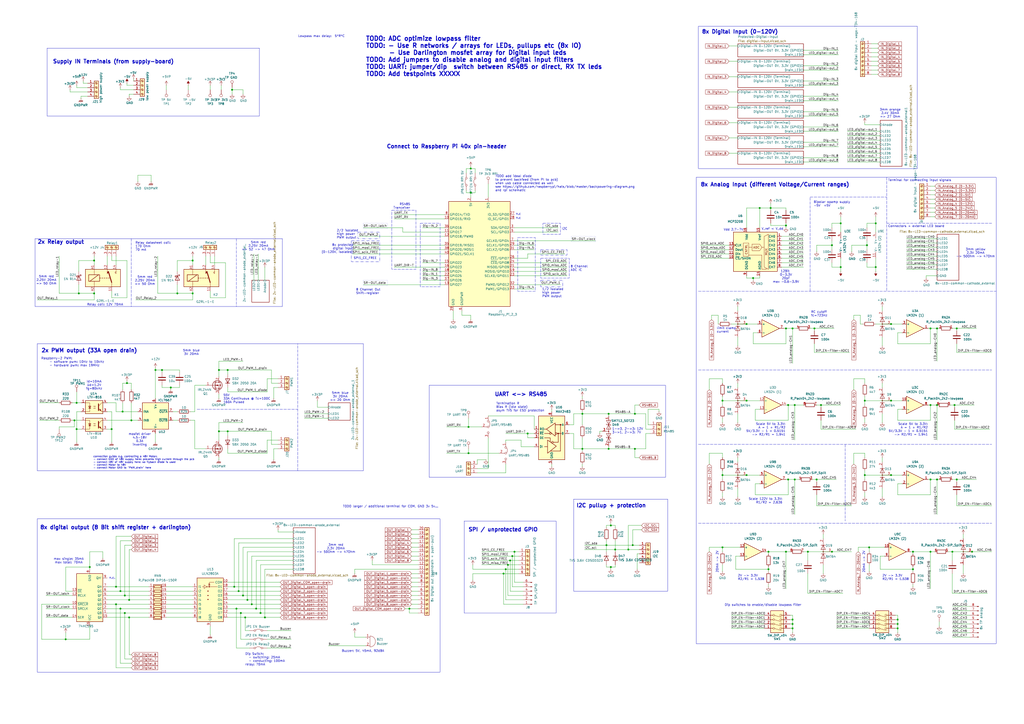
<source format=kicad_sch>
(kicad_sch
	(version 20231120)
	(generator "eeschema")
	(generator_version "8.0")
	(uuid "af4d11a6-73e1-4c39-a25e-5fe7dfa07237")
	(paper "A2")
	
	(junction
		(at 140.97 345.44)
		(diameter 0)
		(color 0 0 0 0)
		(uuid "01a8e618-7e14-4882-9136-a12536116a47")
	)
	(junction
		(at 237.49 353.06)
		(diameter 0)
		(color 0 0 0 0)
		(uuid "01c225b5-cd2c-42cd-9a9e-dd1eb69e7a46")
	)
	(junction
		(at 294.64 327.66)
		(diameter 0)
		(color 0 0 0 0)
		(uuid "05305efd-1dbd-4d1b-9814-028567a7094e")
	)
	(junction
		(at 137.16 353.06)
		(diameter 0)
		(color 0 0 0 0)
		(uuid "05eca1c0-0042-44d8-82a8-b1f48175c33d")
	)
	(junction
		(at 368.3 260.35)
		(diameter 0)
		(color 0 0 0 0)
		(uuid "06f335d7-63de-4572-a20a-022b6c7f93c9")
	)
	(junction
		(at 364.49 318.77)
		(diameter 0)
		(color 0 0 0 0)
		(uuid "072c8fc6-89d0-4715-8ea4-dd9134761f17")
	)
	(junction
		(at 351.79 316.23)
		(diameter 0)
		(color 0 0 0 0)
		(uuid "07823899-5798-4592-8eff-8b1fe5858f30")
	)
	(junction
		(at 71.12 238.76)
		(diameter 0)
		(color 0 0 0 0)
		(uuid "0eedc99b-ff42-4961-8286-6066dee5c8fe")
	)
	(junction
		(at 508 129.54)
		(diameter 0)
		(color 0 0 0 0)
		(uuid "0f3fa599-affa-44c6-8b85-24ce12db14ea")
	)
	(junction
		(at 67.31 340.36)
		(diameter 0)
		(color 0 0 0 0)
		(uuid "10026633-9ac7-4b72-aa53-10151f42da81")
	)
	(junction
		(at 64.77 248.92)
		(diameter 0)
		(color 0 0 0 0)
		(uuid "11580b8b-6675-41d3-b33d-e1ed958eda93")
	)
	(junction
		(at 153.67 358.14)
		(diameter 0)
		(color 0 0 0 0)
		(uuid "119c3b35-4b9f-4318-9220-02559deba15e")
	)
	(junction
		(at 73.66 222.25)
		(diameter 0)
		(color 0 0 0 0)
		(uuid "14ee932b-b4bf-415b-ab21-01e0b930417b")
	)
	(junction
		(at 516.89 232.41)
		(diameter 0)
		(color 0 0 0 0)
		(uuid "14fcd33f-6a27-4b5c-bd8a-16602ae94ce3")
	)
	(junction
		(at 353.06 240.03)
		(diameter 0)
		(color 0 0 0 0)
		(uuid "1827b75e-5515-4844-a399-117e6918fd73")
	)
	(junction
		(at 354.33 328.93)
		(diameter 0)
		(color 0 0 0 0)
		(uuid "1c476741-4a7f-44e7-a84a-5b0fc50d1df8")
	)
	(junction
		(at 487.68 154.94)
		(diameter 0)
		(color 0 0 0 0)
		(uuid "1f83392c-f6f4-4c47-92c7-6541609902a5")
	)
	(junction
		(at 508 154.94)
		(diameter 0)
		(color 0 0 0 0)
		(uuid "1ff1815a-ddb0-4907-bed1-18b8fe5665e3")
	)
	(junction
		(at 461.01 234.95)
		(diameter 0)
		(color 0 0 0 0)
		(uuid "209182a8-b4b9-40cd-b5b2-bd90b860e927")
	)
	(junction
		(at 54.61 151.13)
		(diameter 0)
		(color 0 0 0 0)
		(uuid "213f96fc-26d9-4cf1-83bd-f4336ef00b81")
	)
	(junction
		(at 102.87 170.18)
		(diameter 0)
		(color 0 0 0 0)
		(uuid "236f3f4e-76e9-4351-baf1-7665cdb427aa")
	)
	(junction
		(at 146.05 350.52)
		(diameter 0)
		(color 0 0 0 0)
		(uuid "24719f92-8210-4aa7-b4fb-885fcf560860")
	)
	(junction
		(at 127 214.63)
		(diameter 0)
		(color 0 0 0 0)
		(uuid "2a544a35-89e9-4403-a76e-deca404b0df4")
	)
	(junction
		(at 337.82 240.03)
		(diameter 0)
		(color 0 0 0 0)
		(uuid "2d47b40e-d23f-458b-8bda-f40f4a63d16c")
	)
	(junction
		(at 461.01 278.13)
		(diameter 0)
		(color 0 0 0 0)
		(uuid "2ec783c1-8b84-46a4-83e0-9e6bdd9d83e1")
	)
	(junction
		(at 419.1 275.59)
		(diameter 0)
		(color 0 0 0 0)
		(uuid "2f3e2706-66a2-4ddc-84d7-d0f87e408bee")
	)
	(junction
		(at 433.07 187.96)
		(diameter 0)
		(color 0 0 0 0)
		(uuid "322a1d28-d972-4b68-a81b-9e541f249074")
	)
	(junction
		(at 539.75 234.95)
		(diameter 0)
		(color 0 0 0 0)
		(uuid "3ae78f7f-94a6-4485-a6b5-d7ce73e1abef")
	)
	(junction
		(at 516.89 187.96)
		(diameter 0)
		(color 0 0 0 0)
		(uuid "3b4b0fd5-c991-4a1b-b89c-c6b2bfe001ca")
	)
	(junction
		(at 44.45 233.68)
		(diameter 0)
		(color 0 0 0 0)
		(uuid "3c610d6d-cd11-4e18-9d10-ffa22d04497a")
	)
	(junction
		(at 52.07 328.93)
		(diameter 0)
		(color 0 0 0 0)
		(uuid "3c754c5e-b249-46c4-9d05-9f550316aca5")
	)
	(junction
		(at 273.05 111.76)
		(diameter 0)
		(color 0 0 0 0)
		(uuid "401df33a-bfc8-4102-a832-13b9d72f27f9")
	)
	(junction
		(at 447.04 120.65)
		(diameter 0)
		(color 0 0 0 0)
		(uuid "42f8f2a2-d4f1-4f85-a7f3-af76fd15f334")
	)
	(junction
		(at 539.75 190.5)
		(diameter 0)
		(color 0 0 0 0)
		(uuid "4c28afa4-cb18-4457-bfd3-5c53dabd8baa")
	)
	(junction
		(at 67.31 350.52)
		(diameter 0)
		(color 0 0 0 0)
		(uuid "4dd49bce-72c0-4885-aaa1-4fc2ceee5ed9")
	)
	(junction
		(at 293.37 330.2)
		(diameter 0)
		(color 0 0 0 0)
		(uuid "4e253152-ce51-433a-bba8-8c16e7a62d28")
	)
	(junction
		(at 436.88 161.29)
		(diameter 0)
		(color 0 0 0 0)
		(uuid "4e57230f-aabe-47d0-b863-f2adc3d1ffe4")
	)
	(junction
		(at 554.99 278.13)
		(diameter 0)
		(color 0 0 0 0)
		(uuid "5350fbf4-d95b-437a-9686-20f0bf58d3a4")
	)
	(junction
		(at 356.87 318.77)
		(diameter 0)
		(color 0 0 0 0)
		(uuid "53d66afe-70cb-456e-9b1b-03e37a30427c")
	)
	(junction
		(at 539.75 278.13)
		(diameter 0)
		(color 0 0 0 0)
		(uuid "5453c15f-3da7-498f-b4d4-eefd4a32800e")
	)
	(junction
		(at 482.6 142.24)
		(diameter 0)
		(color 0 0 0 0)
		(uuid "55a82554-799d-4bb3-8181-718182c3900f")
	)
	(junction
		(at 501.65 232.41)
		(diameter 0)
		(color 0 0 0 0)
		(uuid "57a339c8-b411-45ff-a169-a3416d23d890")
	)
	(junction
		(at 111.76 170.18)
		(diameter 0)
		(color 0 0 0 0)
		(uuid "58641e9a-dfea-4a17-a599-d3f20704b922")
	)
	(junction
		(at 539.75 320.04)
		(diameter 0)
		(color 0 0 0 0)
		(uuid "5ebeab69-b597-43d2-ab3a-c72fec21131d")
	)
	(junction
		(at 504.19 317.5)
		(diameter 0)
		(color 0 0 0 0)
		(uuid "5fbe9979-8f7b-4932-9184-a4d03c15d4fe")
	)
	(junction
		(at 476.25 234.95)
		(diameter 0)
		(color 0 0 0 0)
		(uuid "5fd46808-879e-44b8-af18-96d3e87ab16f")
	)
	(junction
		(at 354.33 304.8)
		(diameter 0)
		(color 0 0 0 0)
		(uuid "60649139-4bdd-472e-9af5-360b27505cfe")
	)
	(junction
		(at 295.91 325.12)
		(diameter 0)
		(color 0 0 0 0)
		(uuid "64cc4205-6b81-48b6-affd-d8656f4e6bce")
	)
	(junction
		(at 529.59 320.04)
		(diameter 0)
		(color 0 0 0 0)
		(uuid "67352b46-f9e5-4f25-b773-3d42ff5e5699")
	)
	(junction
		(at 419.1 317.5)
		(diameter 0)
		(color 0 0 0 0)
		(uuid "6e2b59ba-643e-42d5-abe7-fae3afd30e18")
	)
	(junction
		(at 90.17 214.63)
		(diameter 0)
		(color 0 0 0 0)
		(uuid "6f8dae14-e5bb-4ed3-8136-992dd6b276bb")
	)
	(junction
		(at 440.69 120.65)
		(diameter 0)
		(color 0 0 0 0)
		(uuid "71c80c36-cea0-487c-bcb3-ac90e6cf6909")
	)
	(junction
		(at 501.65 275.59)
		(diameter 0)
		(color 0 0 0 0)
		(uuid "72cd6455-fb65-4b52-8421-80100f0ddc8f")
	)
	(junction
		(at 69.85 342.9)
		(diameter 0)
		(color 0 0 0 0)
		(uuid "751fb691-f4d4-4afb-8c99-237d44216e6a")
	)
	(junction
		(at 143.51 347.98)
		(diameter 0)
		(color 0 0 0 0)
		(uuid "75331210-328d-4b01-a051-ab734c1e4329")
	)
	(junction
		(at 455.93 130.81)
		(diameter 0)
		(color 0 0 0 0)
		(uuid "7b6a19d9-d84c-4ace-9ad2-e52657e5669a")
	)
	(junction
		(at 543.56 190.5)
		(diameter 0)
		(color 0 0 0 0)
		(uuid "7c4690e7-c7bf-4226-a178-dc9e53dc51ed")
	)
	(junction
		(at 445.77 320.04)
		(diameter 0)
		(color 0 0 0 0)
		(uuid "7eee6ae0-e862-4cf5-a20a-077da3b5824a")
	)
	(junction
		(at 38.1 370.84)
		(diameter 0)
		(color 0 0 0 0)
		(uuid "84b82d7c-5f92-4073-bceb-03310c6207ac")
	)
	(junction
		(at 472.44 190.5)
		(diameter 0)
		(color 0 0 0 0)
		(uuid "85be4b5b-1dd3-4429-a51f-714f415e4cb3")
	)
	(junction
		(at 516.89 275.59)
		(diameter 0)
		(color 0 0 0 0)
		(uuid "86f80d78-9680-4044-9ea8-382a544e1180")
	)
	(junction
		(at 306.07 251.46)
		(diameter 0)
		(color 0 0 0 0)
		(uuid "8ba0df70-00b9-477d-a1d9-09e132e0196c")
	)
	(junction
		(at 502.92 142.24)
		(diameter 0)
		(color 0 0 0 0)
		(uuid "8e2b91a7-a806-46dd-8017-558f66a7d5aa")
	)
	(junction
		(at 93.98 214.63)
		(diameter 0)
		(color 0 0 0 0)
		(uuid "900094c6-ad82-42ce-b9e4-bbff1fbd4f7d")
	)
	(junction
		(at 271.78 262.89)
		(diameter 0)
		(color 0 0 0 0)
		(uuid "98441d78-d77f-486a-92ea-3668d01ee127")
	)
	(junction
		(at 543.56 234.95)
		(diameter 0)
		(color 0 0 0 0)
		(uuid "9857da2e-fa86-4979-a30f-81191067da5a")
	)
	(junction
		(at 292.1 332.74)
		(diameter 0)
		(color 0 0 0 0)
		(uuid "9867b519-f5bd-4ee4-8781-727026525927")
	)
	(junction
		(at 459.74 359.41)
		(diameter 0)
		(color 0 0 0 0)
		(uuid "98c11e17-da75-489b-919d-abd5b90d75d6")
	)
	(junction
		(at 520.7 364.49)
		(diameter 0)
		(color 0 0 0 0)
		(uuid "9905ae76-43d5-46fd-ab04-63b3bd0b1c1a")
	)
	(junction
		(at 529.59 330.2)
		(diameter 0)
		(color 0 0 0 0)
		(uuid "9f9cd4a1-53b7-4b90-939d-1f42f0144daf")
	)
	(junction
		(at 72.39 345.44)
		(diameter 0)
		(color 0 0 0 0)
		(uuid "a02a0c35-7237-4690-930d-ae7d81a03d46")
	)
	(junction
		(at 433.07 275.59)
		(diameter 0)
		(color 0 0 0 0)
		(uuid "a0fb1850-0f46-4c36-b798-547b535c42df")
	)
	(junction
		(at 44.45 248.92)
		(diameter 0)
		(color 0 0 0 0)
		(uuid "a156600e-b17b-40ee-9338-2875dd6af119")
	)
	(junction
		(at 459.74 364.49)
		(diameter 0)
		(color 0 0 0 0)
		(uuid "a2aaf358-b70a-40ed-8891-c2b838783341")
	)
	(junction
		(at 543.56 278.13)
		(diameter 0)
		(color 0 0 0 0)
		(uuid "a647ae42-673a-4b30-ba91-f5c0de2d1fb1")
	)
	(junction
		(at 419.1 232.41)
		(diameter 0)
		(color 0 0 0 0)
		(uuid "a8916f2a-3760-4408-a711-e8008e50a42d")
	)
	(junction
		(at 473.71 278.13)
		(diameter 0)
		(color 0 0 0 0)
		(uuid "a8b20a5e-2fbe-4704-8e22-2faf27846df8")
	)
	(junction
		(at 553.72 234.95)
		(diameter 0)
		(color 0 0 0 0)
		(uuid "aad29792-d123-4844-9da8-1df2be24a9d5")
	)
	(junction
		(at 45.72 170.18)
		(diameter 0)
		(color 0 0 0 0)
		(uuid "ac1970be-fc9a-493a-b832-4f526b5d8a6f")
	)
	(junction
		(at 367.03 316.23)
		(diameter 0)
		(color 0 0 0 0)
		(uuid "ac4ac232-9a0f-4efe-bd40-aa7c1fcbaeed")
	)
	(junction
		(at 142.24 358.14)
		(diameter 0)
		(color 0 0 0 0)
		(uuid "b03b65c9-d63a-4b4e-b4bc-bfd5bb85047b")
	)
	(junction
		(at 134.62 52.07)
		(diameter 0)
		(color 0 0 0 0)
		(uuid "b1b4e282-b41e-4806-9700-a7c6fbc133b2")
	)
	(junction
		(at 138.43 342.9)
		(diameter 0)
		(color 0 0 0 0)
		(uuid "b2e04b3a-0203-4e9b-b5fb-44711c9651f5")
	)
	(junction
		(at 99.06 224.79)
		(diameter 0)
		(color 0 0 0 0)
		(uuid "b650fb0f-f91e-4bab-945c-20253961cf93")
	)
	(junction
		(at 368.3 240.03)
		(diameter 0)
		(color 0 0 0 0)
		(uuid "b75f83a7-ff43-422c-8aef-b23c65dc9f58")
	)
	(junction
		(at 433.07 232.41)
		(diameter 0)
		(color 0 0 0 0)
		(uuid "b8cbbf2c-6947-4c47-a76a-df98369a49e2")
	)
	(junction
		(at 445.77 330.2)
		(diameter 0)
		(color 0 0 0 0)
		(uuid "bc0e8895-a168-4b32-a3ae-032222041331")
	)
	(junction
		(at 273.05 97.79)
		(diameter 0)
		(color 0 0 0 0)
		(uuid "c141ea30-0a7b-45f8-a452-2c0244bcf9aa")
	)
	(junction
		(at 111.76 151.13)
		(diameter 0)
		(color 0 0 0 0)
		(uuid "c25e2208-2d4a-4a5d-b1b6-520bc7405c20")
	)
	(junction
		(at 72.39 355.6)
		(diameter 0)
		(color 0 0 0 0)
		(uuid "c2a7d60c-8406-4629-9f9f-20facc991908")
	)
	(junction
		(at 127 250.19)
		(diameter 0)
		(color 0 0 0 0)
		(uuid "c583ebaa-dbb1-42bf-9503-cd46d9d9c934")
	)
	(junction
		(at 468.63 320.04)
		(diameter 0)
		(color 0 0 0 0)
		(uuid "c6fd9455-a40f-495c-b522-dad68ccccb40")
	)
	(junction
		(at 69.85 353.06)
		(diameter 0)
		(color 0 0 0 0)
		(uuid "c7252f51-5593-44ea-9ef0-15644cb2b836")
	)
	(junction
		(at 482.6 320.04)
		(diameter 0)
		(color 0 0 0 0)
		(uuid "c7d2abe6-56ee-45d0-91ba-2bdad49697be")
	)
	(junction
		(at 554.99 190.5)
		(diameter 0)
		(color 0 0 0 0)
		(uuid "c9a1a788-271b-4313-91ac-1eb41a1be2d1")
	)
	(junction
		(at 74.93 347.98)
		(diameter 0)
		(color 0 0 0 0)
		(uuid "ca97fd06-a20b-4255-9402-c6f0775648c9")
	)
	(junction
		(at 563.88 320.04)
		(diameter 0)
		(color 0 0 0 0)
		(uuid "cb011434-a4b0-4556-a812-d331c49ca2c1")
	)
	(junction
		(at 297.18 322.58)
		(diameter 0)
		(color 0 0 0 0)
		(uuid "ccfc0193-cd4b-4bd1-9adb-8688e97bfa23")
	)
	(junction
		(at 151.13 355.6)
		(diameter 0)
		(color 0 0 0 0)
		(uuid "cdb7cae5-fc07-4bbc-8ee6-837fb3913bf1")
	)
	(junction
		(at 455.93 320.04)
		(diameter 0)
		(color 0 0 0 0)
		(uuid "d3002e4b-d3e1-40cc-9b8a-5d2c7334c6dd")
	)
	(junction
		(at 520.7 361.95)
		(diameter 0)
		(color 0 0 0 0)
		(uuid "d3c25f2f-519c-4e8a-bf2d-451e91de8263")
	)
	(junction
		(at 459.74 190.5)
		(diameter 0)
		(color 0 0 0 0)
		(uuid "d5958f52-db39-4d96-9f5c-46cc0e0a9c13")
	)
	(junction
		(at 353.06 260.35)
		(diameter 0)
		(color 0 0 0 0)
		(uuid "d5f0980c-b894-41c8-ad9a-99d84da95533")
	)
	(junction
		(at 132.08 250.19)
		(diameter 0)
		(color 0 0 0 0)
		(uuid "d7f6abff-a394-48b0-8295-d13e407a04cb")
	)
	(junction
		(at 487.68 129.54)
		(diameter 0)
		(color 0 0 0 0)
		(uuid "d8d7fb1f-bb4d-4c93-8aa7-905c20aefd85")
	)
	(junction
		(at 552.45 320.04)
		(diameter 0)
		(color 0 0 0 0)
		(uuid "dd672ca4-9aed-4510-a18a-eaf4c4b1b5b2")
	)
	(junction
		(at 298.45 320.04)
		(diameter 0)
		(color 0 0 0 0)
		(uuid "dd9c1b13-9084-449b-9bee-5e037521464a")
	)
	(junction
		(at 520.7 359.41)
		(diameter 0)
		(color 0 0 0 0)
		(uuid "df62cb63-19fa-46f2-9a5a-93a304b5a69d")
	)
	(junction
		(at 271.78 247.65)
		(diameter 0)
		(color 0 0 0 0)
		(uuid "df678c17-c7d1-407d-803a-c886081558ed")
	)
	(junction
		(at 457.2 234.95)
		(diameter 0)
		(color 0 0 0 0)
		(uuid "e06e2f01-d838-48f6-8efa-7e05b926ca29")
	)
	(junction
		(at 54.61 170.18)
		(diameter 0)
		(color 0 0 0 0)
		(uuid "e0fcc60c-adef-4503-b67d-31eec596d694")
	)
	(junction
		(at 148.59 353.06)
		(diameter 0)
		(color 0 0 0 0)
		(uuid "e3108376-7dad-4cc8-8861-63d384004879")
	)
	(junction
		(at 76.2 243.84)
		(diameter 0)
		(color 0 0 0 0)
		(uuid "e5b099e1-f557-4448-b3d0-b283fc211558")
	)
	(junction
		(at 135.89 340.36)
		(diameter 0)
		(color 0 0 0 0)
		(uuid "e5bd5461-5bb2-4b08-87c8-6e463ef8db0a")
	)
	(junction
		(at 132.08 214.63)
		(diameter 0)
		(color 0 0 0 0)
		(uuid "e8615103-e90c-4f75-b440-b8fad443ff1e")
	)
	(junction
		(at 43.18 243.84)
		(diameter 0)
		(color 0 0 0 0)
		(uuid "e888c988-fb5e-4161-b771-d1f510c9d0b9")
	)
	(junction
		(at 337.82 260.35)
		(diameter 0)
		(color 0 0 0 0)
		(uuid "ed02a82a-9a4c-446b-b18a-c2e77fed11fa")
	)
	(junction
		(at 457.2 278.13)
		(diameter 0)
		(color 0 0 0 0)
		(uuid "ef6c709f-f6a8-4332-b336-2fc745163133")
	)
	(junction
		(at 459.74 361.95)
		(diameter 0)
		(color 0 0 0 0)
		(uuid "f4dadaf2-7795-4ea6-a683-80336635a387")
	)
	(junction
		(at 139.7 355.6)
		(diameter 0)
		(color 0 0 0 0)
		(uuid "fae7fc45-5150-4de6-9de8-a36ec31aa312")
	)
	(junction
		(at 455.93 190.5)
		(diameter 0)
		(color 0 0 0 0)
		(uuid "fbce1fdb-db5b-4f19-bbb5-0a9c27bcbc89")
	)
	(junction
		(at 74.93 358.14)
		(diameter 0)
		(color 0 0 0 0)
		(uuid "fcfc1728-3653-4623-b7b5-a4e4cd6811ba")
	)
	(wire
		(pts
			(xy 455.93 129.54) (xy 455.93 130.81)
		)
		(stroke
			(width 0)
			(type default)
		)
		(uuid "0054231e-6c1c-4b62-a261-da803b448710")
	)
	(wire
		(pts
			(xy 491.49 78.74) (xy 510.54 78.74)
		)
		(stroke
			(width 0)
			(type default)
		)
		(uuid "0059a5bd-5d4e-41f1-b8bf-105e91bea211")
	)
	(wire
		(pts
			(xy 496.57 248.92) (xy 476.25 248.92)
		)
		(stroke
			(width 0)
			(type default)
		)
		(uuid "007352d0-4393-4d19-8efc-d51e28cb77e4")
	)
	(wire
		(pts
			(xy 238.76 320.04) (xy 242.57 320.04)
		)
		(stroke
			(width 0)
			(type default)
		)
		(uuid "00818073-0ff6-4df9-84ad-d009831f149e")
	)
	(wire
		(pts
			(xy 62.23 243.84) (xy 76.2 243.84)
		)
		(stroke
			(width 0)
			(type default)
		)
		(uuid "00912cef-7458-4250-9601-851325c17234")
	)
	(wire
		(pts
			(xy 62.23 233.68) (xy 67.31 233.68)
		)
		(stroke
			(width 0)
			(type default)
		)
		(uuid "00e44004-c513-4de5-a722-c1ec9c261caa")
	)
	(wire
		(pts
			(xy 419.1 327.66) (xy 419.1 331.47)
		)
		(stroke
			(width 0)
			(type default)
		)
		(uuid "00ef2f56-37bd-4ed0-aeb9-aa019bd24e2f")
	)
	(wire
		(pts
			(xy 139.7 370.84) (xy 139.7 355.6)
		)
		(stroke
			(width 0)
			(type default)
		)
		(uuid "00fdba94-28e0-4b7e-a3f6-8468a273182f")
	)
	(wire
		(pts
			(xy 553.72 234.95) (xy 553.72 236.22)
		)
		(stroke
			(width 0)
			(type default)
		)
		(uuid "01a5f7f5-381b-4726-8886-b420b25ccedd")
	)
	(wire
		(pts
			(xy 132.08 353.06) (xy 137.16 353.06)
		)
		(stroke
			(width 0)
			(type default)
		)
		(uuid "01f70877-5d35-4473-8154-b32633fb4439")
	)
	(wire
		(pts
			(xy 90.17 214.63) (xy 93.98 214.63)
		)
		(stroke
			(width 0)
			(type default)
		)
		(uuid "02432959-10b0-4f2a-af2d-7311d5fec00d")
	)
	(wire
		(pts
			(xy 486.41 31.75) (xy 466.09 31.75)
		)
		(stroke
			(width 0)
			(type default)
		)
		(uuid "025ad35c-64b0-47a8-a900-f118fd03ec35")
	)
	(wire
		(pts
			(xy 270.51 111.76) (xy 273.05 111.76)
		)
		(stroke
			(width 0)
			(type default)
		)
		(uuid "02629f80-2850-40af-b117-d301cbd2e1ca")
	)
	(wire
		(pts
			(xy 274.32 330.2) (xy 293.37 330.2)
		)
		(stroke
			(width 0)
			(type default)
		)
		(uuid "02a344d2-8b47-43f6-b628-b060a6ff1a34")
	)
	(wire
		(pts
			(xy 537.21 160.02) (xy 543.56 160.02)
		)
		(stroke
			(width 0)
			(type default)
		)
		(uuid "02ca2bcb-dc3d-41b8-b3bb-d6980a38a62d")
	)
	(wire
		(pts
			(xy 52.07 330.2) (xy 52.07 328.93)
		)
		(stroke
			(width 0)
			(type default)
		)
		(uuid "02caf3da-4dfe-464a-bed0-55c975aa32ca")
	)
	(wire
		(pts
			(xy 487.68 125.73) (xy 487.68 129.54)
		)
		(stroke
			(width 0)
			(type default)
		)
		(uuid "02dea10a-f229-486d-876a-a071096eeead")
	)
	(wire
		(pts
			(xy 245.11 152.4) (xy 257.81 152.4)
		)
		(stroke
			(width 0)
			(type default)
		)
		(uuid "02f927d2-46f0-4067-bb2c-7b5ed625f8eb")
	)
	(wire
		(pts
			(xy 157.48 250.19) (xy 157.48 257.81)
		)
		(stroke
			(width 0)
			(type default)
		)
		(uuid "030da04f-bb6a-49d5-a07a-b1ac13ef0d2c")
	)
	(wire
		(pts
			(xy 516.89 275.59) (xy 523.24 275.59)
		)
		(stroke
			(width 0)
			(type default)
		)
		(uuid "0402a363-6ddc-4245-b79d-651ce5e2b849")
	)
	(wire
		(pts
			(xy 457.2 234.95) (xy 461.01 234.95)
		)
		(stroke
			(width 0)
			(type default)
		)
		(uuid "04304b2e-0c68-4a14-bbe0-0e23cac30e94")
	)
	(wire
		(pts
			(xy 176.53 242.57) (xy 190.5 242.57)
		)
		(stroke
			(width 0)
			(type default)
		)
		(uuid "0441f777-da59-4d51-9ce1-7f52d2030a3b")
	)
	(wire
		(pts
			(xy 351.79 306.07) (xy 351.79 304.8)
		)
		(stroke
			(width 0)
			(type default)
		)
		(uuid "0445f1c5-cbd7-41f2-81d5-6122602375c6")
	)
	(wire
		(pts
			(xy 563.88 320.04) (xy 575.31 320.04)
		)
		(stroke
			(width 0)
			(type default)
		)
		(uuid "044788d0-021d-486d-a9d3-fdae59027b7a")
	)
	(polyline
		(pts
			(xy 114.3 237.49) (xy 172.72 237.49)
		)
		(stroke
			(width 0)
			(type dash)
		)
		(uuid "0562829c-78ed-418e-bf83-3ad41711062d")
	)
	(wire
		(pts
			(xy 73.66 151.13) (xy 73.66 172.72)
		)
		(stroke
			(width 0)
			(type default)
		)
		(uuid "05769be8-6486-49a6-96aa-282d535c7d39")
	)
	(wire
		(pts
			(xy 433.07 132.08) (xy 433.07 120.65)
		)
		(stroke
			(width 0)
			(type default)
		)
		(uuid "05c7cccb-cca5-4623-97c8-040d9b4df307")
	)
	(wire
		(pts
			(xy 67.31 340.36) (xy 86.36 340.36)
		)
		(stroke
			(width 0)
			(type default)
		)
		(uuid "060a1e46-185f-46d5-bb25-4b502bfab042")
	)
	(wire
		(pts
			(xy 453.39 137.16) (xy 466.09 137.16)
		)
		(stroke
			(width 0)
			(type default)
		)
		(uuid "068083fa-fce7-43b5-8463-4f98840e7a26")
	)
	(wire
		(pts
			(xy 73.66 172.72) (xy 64.77 172.72)
		)
		(stroke
			(width 0)
			(type default)
		)
		(uuid "06a1b25e-5913-4cbd-a6dc-df54f02c3062")
	)
	(wire
		(pts
			(xy 76.2 313.69) (xy 69.85 313.69)
		)
		(stroke
			(width 0)
			(type default)
		)
		(uuid "0768423a-ac1c-4f99-9532-7ef87789f549")
	)
	(wire
		(pts
			(xy 96.52 342.9) (xy 111.76 342.9)
		)
		(stroke
			(width 0)
			(type default)
		)
		(uuid "07df2798-ce49-4d2e-88d1-304e7370129e")
	)
	(wire
		(pts
			(xy 273.05 182.88) (xy 273.05 185.42)
		)
		(stroke
			(width 0)
			(type default)
		)
		(uuid "07f79494-8767-4e73-b134-542e489a4daa")
	)
	(wire
		(pts
			(xy 511.81 265.43) (xy 511.81 267.97)
		)
		(stroke
			(width 0)
			(type default)
		)
		(uuid "086ffce1-bece-47de-afff-a5272daa684c")
	)
	(wire
		(pts
			(xy 543.56 278.13) (xy 544.83 278.13)
		)
		(stroke
			(width 0)
			(type default)
		)
		(uuid "08d4afc6-7a52-4c48-90ea-de03339f3fec")
	)
	(wire
		(pts
			(xy 438.15 280.67) (xy 438.15 287.02)
		)
		(stroke
			(width 0)
			(type default)
		)
		(uuid "08da2754-5954-4cc6-88b7-c43418808a5f")
	)
	(wire
		(pts
			(xy 238.76 332.74) (xy 242.57 332.74)
		)
		(stroke
			(width 0)
			(type default)
		)
		(uuid "09105bff-0442-453e-b260-c98527da345d")
	)
	(wire
		(pts
			(xy 453.39 139.7) (xy 466.09 139.7)
		)
		(stroke
			(width 0)
			(type default)
		)
		(uuid "0932f8bf-1781-41f0-8075-3b7e84ddb5c7")
	)
	(wire
		(pts
			(xy 64.77 248.92) (xy 64.77 238.76)
		)
		(stroke
			(width 0)
			(type default)
		)
		(uuid "09c9e21f-8206-47ae-a9c8-c044bfbcae4a")
	)
	(wire
		(pts
			(xy 501.65 273.05) (xy 501.65 275.59)
		)
		(stroke
			(width 0)
			(type default)
		)
		(uuid "09d9a41a-af3c-4a91-ad4d-2c3b79cf9ec7")
	)
	(wire
		(pts
			(xy 52.07 363.22) (xy 52.07 370.84)
		)
		(stroke
			(width 0)
			(type default)
		)
		(uuid "0a051774-4cbb-4b66-bf37-8910fac947bb")
	)
	(wire
		(pts
			(xy 62.23 358.14) (xy 74.93 358.14)
		)
		(stroke
			(width 0)
			(type default)
		)
		(uuid "0aa33d96-2e44-4442-b63d-f8ede3d506ac")
	)
	(wire
		(pts
			(xy 375.92 237.49) (xy 375.92 246.38)
		)
		(stroke
			(width 0)
			(type default)
		)
		(uuid "0ac0da6d-7a79-4bb6-aac5-dbd7e02f6a35")
	)
	(wire
		(pts
			(xy 157.48 257.81) (xy 161.29 257.81)
		)
		(stroke
			(width 0)
			(type default)
		)
		(uuid "0af3e3f5-4871-4f0a-9b10-f4cd810203b5")
	)
	(wire
		(pts
			(xy 419.1 262.89) (xy 419.1 265.43)
		)
		(stroke
			(width 0)
			(type default)
		)
		(uuid "0b798a4e-ae38-46ca-9967-253a2656e0f1")
	)
	(wire
		(pts
			(xy 69.85 384.81) (xy 69.85 353.06)
		)
		(stroke
			(width 0)
			(type default)
		)
		(uuid "0d64bcbd-9b4c-4f6e-98d3-beab5b2606b6")
	)
	(wire
		(pts
			(xy 458.47 361.95) (xy 459.74 361.95)
		)
		(stroke
			(width 0)
			(type default)
		)
		(uuid "0ee3f252-7bb8-434b-aa8b-9caf2c52cf77")
	)
	(wire
		(pts
			(xy 501.65 232.41) (xy 501.65 234.95)
		)
		(stroke
			(width 0)
			(type default)
		)
		(uuid "0f4644b6-fa54-41ce-a769-bba1ac182829")
	)
	(wire
		(pts
			(xy 320.04 237.49) (xy 320.04 238.76)
		)
		(stroke
			(width 0)
			(type default)
		)
		(uuid "0fdad08b-4b60-4f92-976c-2a5e922013e0")
	)
	(wire
		(pts
			(xy 34.29 148.59) (xy 34.29 170.18)
		)
		(stroke
			(width 0)
			(type default)
		)
		(uuid "0fdb76a1-0d44-4ff6-a2d2-38a97251b0ec")
	)
	(wire
		(pts
			(xy 473.71 287.02) (xy 473.71 293.37)
		)
		(stroke
			(width 0)
			(type default)
		)
		(uuid "100c3ed1-15ce-439f-b56e-a20a33137ade")
	)
	(wire
		(pts
			(xy 495.3 262.89) (xy 501.65 262.89)
		)
		(stroke
			(width 0)
			(type default)
		)
		(uuid "10a6a44e-d783-4ce2-86b8-20bd8032d780")
	)
	(wire
		(pts
			(xy 245.11 160.02) (xy 257.81 160.02)
		)
		(stroke
			(width 0)
			(type default)
		)
		(uuid "10a757e5-89b9-4989-b591-35fa1e44e30a")
	)
	(wire
		(pts
			(xy 539.75 243.84) (xy 539.75 234.95)
		)
		(stroke
			(width 0)
			(type default)
		)
		(uuid "1103b789-e8a0-437b-b861-57f3bb0fe1fd")
	)
	(wire
		(pts
			(xy 298.45 142.24) (xy 309.88 142.24)
		)
		(stroke
			(width 0)
			(type default)
		)
		(uuid "119c66a0-9194-4112-8a35-c7ab420db9e3")
	)
	(wire
		(pts
			(xy 132.08 250.19) (xy 132.08 252.73)
		)
		(stroke
			(width 0)
			(type default)
		)
		(uuid "11c359c3-26fe-4117-8dcc-0f087608c0a4")
	)
	(wire
		(pts
			(xy 294.64 345.44) (xy 294.64 327.66)
		)
		(stroke
			(width 0)
			(type default)
		)
		(uuid "11f8a0d2-7aee-4fb7-9764-de5bab02a7b4")
	)
	(wire
		(pts
			(xy 351.79 328.93) (xy 354.33 328.93)
		)
		(stroke
			(width 0)
			(type default)
		)
		(uuid "120cdc1a-687e-4eba-afd7-f1b2efe76e94")
	)
	(wire
		(pts
			(xy 509.27 40.64) (xy 505.46 40.64)
		)
		(stroke
			(width 0)
			(type default)
		)
		(uuid "1238accc-b1f4-495d-9555-1773ffdde48b")
	)
	(wire
		(pts
			(xy 411.48 219.71) (xy 419.1 219.71)
		)
		(stroke
			(width 0)
			(type default)
		)
		(uuid "1257bc49-635e-40d2-adbc-efdb0b93d729")
	)
	(wire
		(pts
			(xy 215.9 325.12) (xy 215.9 327.66)
		)
		(stroke
			(width 0)
			(type default)
		)
		(uuid "128be43b-7a70-49a5-988a-1e04db604812")
	)
	(wire
		(pts
			(xy 26.67 358.14) (xy 41.91 358.14)
		)
		(stroke
			(width 0)
			(type default)
		)
		(uuid "12a983d3-1186-4ca8-a60c-5c45001d78ec")
	)
	(wire
		(pts
			(xy 306.07 251.46) (xy 309.88 251.46)
		)
		(stroke
			(width 0)
			(type default)
		)
		(uuid "12d77e0a-5dcd-4dd0-8d7e-2bd92b3f4f23")
	)
	(wire
		(pts
			(xy 509.27 25.4) (xy 505.46 25.4)
		)
		(stroke
			(width 0)
			(type default)
		)
		(uuid "131e9cc7-fe99-45a7-b73f-6d1a85fbc334")
	)
	(wire
		(pts
			(xy 22.86 233.68) (xy 34.29 2
... [484204 chars truncated]
</source>
